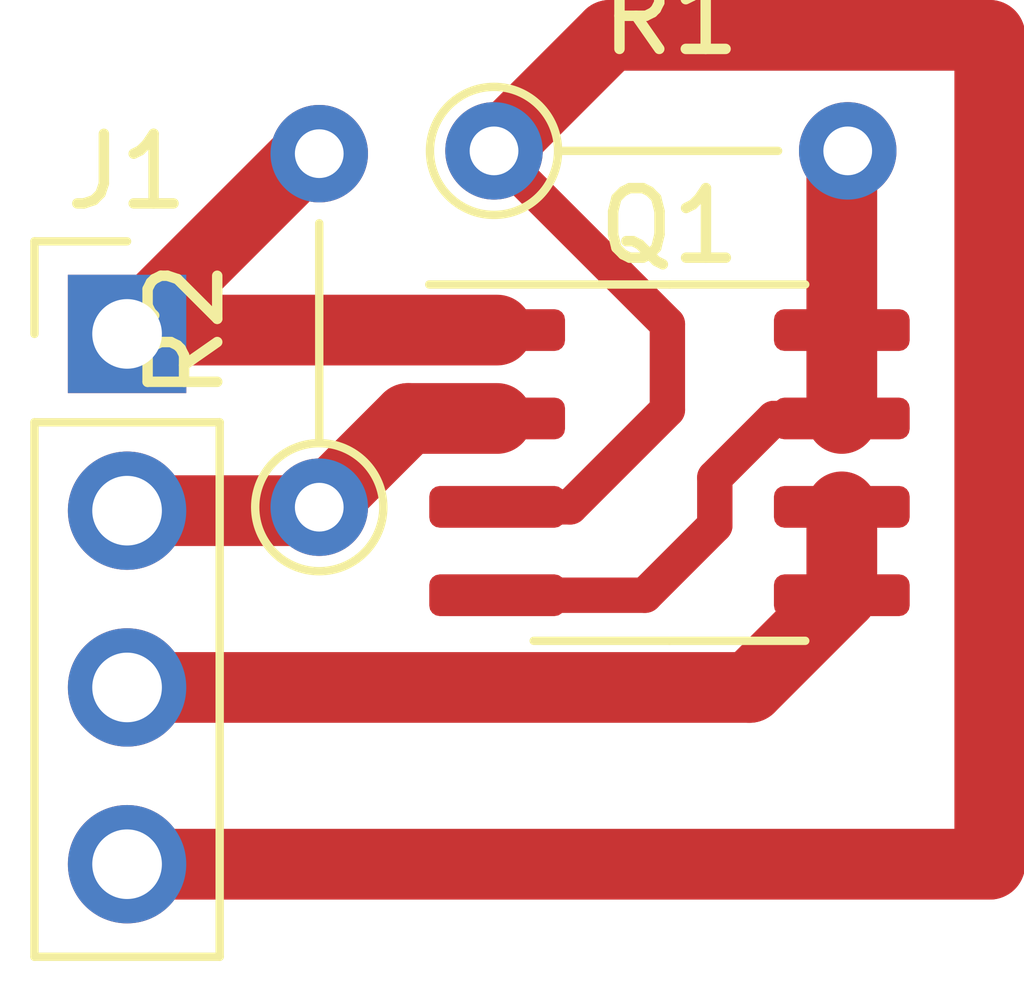
<source format=kicad_pcb>
(kicad_pcb (version 20171130) (host pcbnew "(5.1.12-1-10_14)")

  (general
    (thickness 1.6002)
    (drawings 0)
    (tracks 27)
    (zones 0)
    (modules 4)
    (nets 6)
  )

  (page USLetter)
  (title_block
    (rev 1)
  )

  (layers
    (0 Front signal)
    (1 In1.Cu signal)
    (2 In2.Cu signal)
    (31 Back signal)
    (34 B.Paste user hide)
    (35 F.Paste user)
    (36 B.SilkS user)
    (37 F.SilkS user hide)
    (38 B.Mask user)
    (39 F.Mask user)
    (44 Edge.Cuts user)
    (45 Margin user)
    (46 B.CrtYd user)
    (47 F.CrtYd user)
    (49 F.Fab user)
  )

  (setup
    (last_trace_width 0.6)
    (user_trace_width 0.15)
    (user_trace_width 0.2)
    (user_trace_width 0.4)
    (user_trace_width 0.6)
    (user_trace_width 1.016)
    (trace_clearance 0.127)
    (zone_clearance 0.508)
    (zone_45_only no)
    (trace_min 0.127)
    (via_size 0.6)
    (via_drill 0.3)
    (via_min_size 0.6)
    (via_min_drill 0.3)
    (user_via 0.6 0.3)
    (user_via 0.9 0.4)
    (uvia_size 0.6858)
    (uvia_drill 0.3302)
    (uvias_allowed no)
    (uvia_min_size 0)
    (uvia_min_drill 0)
    (edge_width 0.0381)
    (segment_width 0.254)
    (pcb_text_width 0.3048)
    (pcb_text_size 1.524 1.524)
    (mod_edge_width 0.1524)
    (mod_text_size 0.8128 0.8128)
    (mod_text_width 0.1524)
    (pad_size 1.524 1.524)
    (pad_drill 0.762)
    (pad_to_mask_clearance 0)
    (solder_mask_min_width 0.12)
    (aux_axis_origin 0 0)
    (visible_elements FEFFFF7F)
    (pcbplotparams
      (layerselection 0x010fc_ffffffff)
      (usegerberextensions false)
      (usegerberattributes false)
      (usegerberadvancedattributes false)
      (creategerberjobfile false)
      (excludeedgelayer true)
      (linewidth 0.152400)
      (plotframeref false)
      (viasonmask false)
      (mode 1)
      (useauxorigin false)
      (hpglpennumber 1)
      (hpglpenspeed 20)
      (hpglpendiameter 15.000000)
      (psnegative false)
      (psa4output false)
      (plotreference true)
      (plotvalue false)
      (plotinvisibletext false)
      (padsonsilk false)
      (subtractmaskfromsilk true)
      (outputformat 1)
      (mirror false)
      (drillshape 0)
      (scaleselection 1)
      (outputdirectory "./gerbers"))
  )

  (net 0 "")
  (net 1 "Net-(Q1-Pad4)")
  (net 2 BATT)
  (net 3 ADC)
  (net 4 VCC)
  (net 5 GND)

  (net_class Default "This is the default net class."
    (clearance 0.127)
    (trace_width 0.127)
    (via_dia 0.6)
    (via_drill 0.3)
    (uvia_dia 0.6858)
    (uvia_drill 0.3302)
    (diff_pair_width 0.1524)
    (diff_pair_gap 0.254)
    (add_net ADC)
    (add_net BATT)
    (add_net GND)
    (add_net "Net-(Q1-Pad4)")
    (add_net VCC)
  )

  (module Resistor_THT:R_Axial_DIN0204_L3.6mm_D1.6mm_P5.08mm_Vertical (layer Front) (tedit 5AE5139B) (tstamp 61AD1500)
    (at 0.61 1.13 90)
    (descr "Resistor, Axial_DIN0204 series, Axial, Vertical, pin pitch=5.08mm, 0.167W, length*diameter=3.6*1.6mm^2, http://cdn-reichelt.de/documents/datenblatt/B400/1_4W%23YAG.pdf")
    (tags "Resistor Axial_DIN0204 series Axial Vertical pin pitch 5.08mm 0.167W length 3.6mm diameter 1.6mm")
    (path /61ADE2C4)
    (fp_text reference R2 (at 2.54 -1.92 90) (layer F.SilkS)
      (effects (font (size 1 1) (thickness 0.15)))
    )
    (fp_text value 10k (at 2.54 1.92 90) (layer F.Fab)
      (effects (font (size 1 1) (thickness 0.15)))
    )
    (fp_text user %R (at 2.54 -1.92 90) (layer F.Fab)
      (effects (font (size 1 1) (thickness 0.15)))
    )
    (fp_circle (center 0 0) (end 0.8 0) (layer F.Fab) (width 0.1))
    (fp_circle (center 0 0) (end 0.92 0) (layer F.SilkS) (width 0.12))
    (fp_line (start 0 0) (end 5.08 0) (layer F.Fab) (width 0.1))
    (fp_line (start 0.92 0) (end 4.08 0) (layer F.SilkS) (width 0.12))
    (fp_line (start -1.05 -1.05) (end -1.05 1.05) (layer F.CrtYd) (width 0.05))
    (fp_line (start -1.05 1.05) (end 6.03 1.05) (layer F.CrtYd) (width 0.05))
    (fp_line (start 6.03 1.05) (end 6.03 -1.05) (layer F.CrtYd) (width 0.05))
    (fp_line (start 6.03 -1.05) (end -1.05 -1.05) (layer F.CrtYd) (width 0.05))
    (pad 2 thru_hole oval (at 5.08 0 90) (size 1.4 1.4) (drill 0.7) (layers *.Cu *.Mask)
      (net 5 GND))
    (pad 1 thru_hole circle (at 0 0 90) (size 1.4 1.4) (drill 0.7) (layers *.Cu *.Mask)
      (net 4 VCC))
    (model ${KISYS3DMOD}/Resistor_THT.3dshapes/R_Axial_DIN0204_L3.6mm_D1.6mm_P5.08mm_Vertical.wrl
      (at (xyz 0 0 0))
      (scale (xyz 1 1 1))
      (rotate (xyz 0 0 0))
    )
  )

  (module Connector_PinHeader_2.54mm:PinHeader_1x04_P2.54mm_Vertical (layer Front) (tedit 59FED5CC) (tstamp 61ACF242)
    (at -2.15 -1.36)
    (descr "Through hole straight pin header, 1x04, 2.54mm pitch, single row")
    (tags "Through hole pin header THT 1x04 2.54mm single row")
    (path /61AD81BC)
    (fp_text reference J1 (at 0 -2.33) (layer F.SilkS)
      (effects (font (size 1 1) (thickness 0.15)))
    )
    (fp_text value Conn_01x04_Male (at 0 9.95) (layer F.Fab) hide
      (effects (font (size 1 1) (thickness 0.15)))
    )
    (fp_text user %R (at 0 3.81 90) (layer F.Fab)
      (effects (font (size 1 1) (thickness 0.15)))
    )
    (fp_line (start -0.635 -1.27) (end 1.27 -1.27) (layer F.Fab) (width 0.1))
    (fp_line (start 1.27 -1.27) (end 1.27 8.89) (layer F.Fab) (width 0.1))
    (fp_line (start 1.27 8.89) (end -1.27 8.89) (layer F.Fab) (width 0.1))
    (fp_line (start -1.27 8.89) (end -1.27 -0.635) (layer F.Fab) (width 0.1))
    (fp_line (start -1.27 -0.635) (end -0.635 -1.27) (layer F.Fab) (width 0.1))
    (fp_line (start -1.33 8.95) (end 1.33 8.95) (layer F.SilkS) (width 0.12))
    (fp_line (start -1.33 1.27) (end -1.33 8.95) (layer F.SilkS) (width 0.12))
    (fp_line (start 1.33 1.27) (end 1.33 8.95) (layer F.SilkS) (width 0.12))
    (fp_line (start -1.33 1.27) (end 1.33 1.27) (layer F.SilkS) (width 0.12))
    (fp_line (start -1.33 0) (end -1.33 -1.33) (layer F.SilkS) (width 0.12))
    (fp_line (start -1.33 -1.33) (end 0 -1.33) (layer F.SilkS) (width 0.12))
    (fp_line (start -1.8 -1.8) (end -1.8 9.4) (layer F.CrtYd) (width 0.05))
    (fp_line (start -1.8 9.4) (end 1.8 9.4) (layer F.CrtYd) (width 0.05))
    (fp_line (start 1.8 9.4) (end 1.8 -1.8) (layer F.CrtYd) (width 0.05))
    (fp_line (start 1.8 -1.8) (end -1.8 -1.8) (layer F.CrtYd) (width 0.05))
    (pad 4 thru_hole oval (at 0 7.62) (size 1.7 1.7) (drill 1) (layers *.Cu *.Mask)
      (net 2 BATT))
    (pad 3 thru_hole oval (at 0 5.08) (size 1.7 1.7) (drill 1) (layers *.Cu *.Mask)
      (net 3 ADC))
    (pad 2 thru_hole oval (at 0 2.54) (size 1.7 1.7) (drill 1) (layers *.Cu *.Mask)
      (net 4 VCC))
    (pad 1 thru_hole rect (at 0 0) (size 1.7 1.7) (drill 1) (layers *.Cu *.Mask)
      (net 5 GND))
    (model ${KISYS3DMOD}/Connector_PinHeader_2.54mm.3dshapes/PinHeader_1x04_P2.54mm_Vertical.wrl
      (at (xyz 0 0 0))
      (scale (xyz 1 1 1))
      (rotate (xyz 0 0 0))
    )
  )

  (module Resistor_THT:R_Axial_DIN0204_L3.6mm_D1.6mm_P5.08mm_Vertical (layer Front) (tedit 5AE5139B) (tstamp 61AD17EF)
    (at 3.12 -3.99)
    (descr "Resistor, Axial_DIN0204 series, Axial, Vertical, pin pitch=5.08mm, 0.167W, length*diameter=3.6*1.6mm^2, http://cdn-reichelt.de/documents/datenblatt/B400/1_4W%23YAG.pdf")
    (tags "Resistor Axial_DIN0204 series Axial Vertical pin pitch 5.08mm 0.167W length 3.6mm diameter 1.6mm")
    (path /61AD192D)
    (fp_text reference R1 (at 2.54 -1.92) (layer F.SilkS)
      (effects (font (size 1 1) (thickness 0.15)))
    )
    (fp_text value 1M (at 2.54 1.92) (layer F.Fab) hide
      (effects (font (size 1 1) (thickness 0.15)))
    )
    (fp_text user %R (at 2.59 -0.03 180) (layer F.Fab)
      (effects (font (size 1 1) (thickness 0.15)))
    )
    (fp_circle (center 0 0) (end 0.8 0) (layer F.Fab) (width 0.1))
    (fp_circle (center 0 0) (end 0.92 0) (layer F.SilkS) (width 0.12))
    (fp_line (start 0 0) (end 5.08 0) (layer F.Fab) (width 0.1))
    (fp_line (start 0.92 0) (end 4.08 0) (layer F.SilkS) (width 0.12))
    (fp_line (start -1.05 -1.05) (end -1.05 1.05) (layer F.CrtYd) (width 0.05))
    (fp_line (start -1.05 1.05) (end 6.03 1.05) (layer F.CrtYd) (width 0.05))
    (fp_line (start 6.03 1.05) (end 6.03 -1.05) (layer F.CrtYd) (width 0.05))
    (fp_line (start 6.03 -1.05) (end -1.05 -1.05) (layer F.CrtYd) (width 0.05))
    (pad 2 thru_hole oval (at 5.08 0) (size 1.4 1.4) (drill 0.7) (layers *.Cu *.Mask)
      (net 1 "Net-(Q1-Pad4)"))
    (pad 1 thru_hole circle (at 0 0) (size 1.4 1.4) (drill 0.7) (layers *.Cu *.Mask)
      (net 2 BATT))
    (model ${KISYS3DMOD}/Resistor_THT.3dshapes/R_Axial_DIN0204_L3.6mm_D1.6mm_P5.08mm_Vertical.wrl
      (at (xyz 0 0 0))
      (scale (xyz 1 1 1))
      (rotate (xyz 0 0 0))
    )
  )

  (module Package_SO:SOIC-8_3.9x4.9mm_P1.27mm (layer Front) (tedit 5D9F72B1) (tstamp 61AD17AF)
    (at 5.64 0.49)
    (descr "SOIC, 8 Pin (JEDEC MS-012AA, https://www.analog.com/media/en/package-pcb-resources/package/pkg_pdf/soic_narrow-r/r_8.pdf), generated with kicad-footprint-generator ipc_gullwing_generator.py")
    (tags "SOIC SO")
    (path /61AC9576)
    (attr smd)
    (fp_text reference Q1 (at 0 -3.4) (layer F.SilkS)
      (effects (font (size 1 1) (thickness 0.15)))
    )
    (fp_text value Si4532DY (at 0 3.4) (layer F.Fab) hide
      (effects (font (size 1 1) (thickness 0.15)))
    )
    (fp_text user %R (at 0.164999 0.984999) (layer F.Fab)
      (effects (font (size 0.98 0.98) (thickness 0.15)))
    )
    (fp_line (start 0 2.56) (end 1.95 2.56) (layer F.SilkS) (width 0.12))
    (fp_line (start 0 2.56) (end -1.95 2.56) (layer F.SilkS) (width 0.12))
    (fp_line (start 0 -2.56) (end 1.95 -2.56) (layer F.SilkS) (width 0.12))
    (fp_line (start 0 -2.56) (end -3.45 -2.56) (layer F.SilkS) (width 0.12))
    (fp_line (start -0.975 -2.45) (end 1.95 -2.45) (layer F.Fab) (width 0.1))
    (fp_line (start 1.95 -2.45) (end 1.95 2.45) (layer F.Fab) (width 0.1))
    (fp_line (start 1.95 2.45) (end -1.95 2.45) (layer F.Fab) (width 0.1))
    (fp_line (start -1.95 2.45) (end -1.95 -1.475) (layer F.Fab) (width 0.1))
    (fp_line (start -1.95 -1.475) (end -0.975 -2.45) (layer F.Fab) (width 0.1))
    (fp_line (start -3.7 -2.7) (end -3.7 2.7) (layer F.CrtYd) (width 0.05))
    (fp_line (start -3.7 2.7) (end 3.7 2.7) (layer F.CrtYd) (width 0.05))
    (fp_line (start 3.7 2.7) (end 3.7 -2.7) (layer F.CrtYd) (width 0.05))
    (fp_line (start 3.7 -2.7) (end -3.7 -2.7) (layer F.CrtYd) (width 0.05))
    (pad 8 smd roundrect (at 2.475 -1.905) (size 1.95 0.6) (layers Front F.Paste F.Mask) (roundrect_rratio 0.25)
      (net 1 "Net-(Q1-Pad4)"))
    (pad 7 smd roundrect (at 2.475 -0.635) (size 1.95 0.6) (layers Front F.Paste F.Mask) (roundrect_rratio 0.25)
      (net 1 "Net-(Q1-Pad4)"))
    (pad 6 smd roundrect (at 2.475 0.635) (size 1.95 0.6) (layers Front F.Paste F.Mask) (roundrect_rratio 0.25)
      (net 3 ADC))
    (pad 5 smd roundrect (at 2.475 1.905) (size 1.95 0.6) (layers Front F.Paste F.Mask) (roundrect_rratio 0.25)
      (net 3 ADC))
    (pad 4 smd roundrect (at -2.475 1.905) (size 1.95 0.6) (layers Front F.Paste F.Mask) (roundrect_rratio 0.25)
      (net 1 "Net-(Q1-Pad4)"))
    (pad 3 smd roundrect (at -2.475 0.635) (size 1.95 0.6) (layers Front F.Paste F.Mask) (roundrect_rratio 0.25)
      (net 2 BATT))
    (pad 2 smd roundrect (at -2.475 -0.635) (size 1.95 0.6) (layers Front F.Paste F.Mask) (roundrect_rratio 0.25)
      (net 4 VCC))
    (pad 1 smd roundrect (at -2.475 -1.905) (size 1.95 0.6) (layers Front F.Paste F.Mask) (roundrect_rratio 0.25)
      (net 5 GND))
    (model ${KISYS3DMOD}/Package_SO.3dshapes/SOIC-8_3.9x4.9mm_P1.27mm.wrl
      (at (xyz 0 0 0))
      (scale (xyz 1 1 1))
      (rotate (xyz 0 0 0))
    )
  )

  (segment (start 8.115 -3.905) (end 8.2 -3.99) (width 1.016) (layer Front) (net 1))
  (segment (start 8.115 -1.415) (end 8.115 -3.905) (width 1.016) (layer Front) (net 1))
  (segment (start 8.115 -1.415) (end 8.115 -0.145) (width 1.016) (layer Front) (net 1))
  (segment (start 5.288093 2.395) (end 3.165 2.395) (width 0.508) (layer Front) (net 1))
  (segment (start 6.29101 1.392083) (end 5.288093 2.395) (width 0.508) (layer Front) (net 1))
  (segment (start 6.29101 0.70399) (end 6.29101 1.392083) (width 0.508) (layer Front) (net 1))
  (segment (start 7.14 -0.145) (end 6.29101 0.70399) (width 0.508) (layer Front) (net 1))
  (segment (start 8.115 -0.145) (end 7.14 -0.145) (width 0.508) (layer Front) (net 1))
  (segment (start 3.12 -3.99) (end 5.61 -1.5) (width 0.508) (layer Front) (net 2))
  (segment (start 4.78 -5.65) (end 3.12 -3.99) (width 1.016) (layer Front) (net 2))
  (segment (start 10.24 -5.65) (end 4.78 -5.65) (width 1.016) (layer Front) (net 2))
  (segment (start 10.24 6.26) (end 10.24 -5.65) (width 1.016) (layer Front) (net 2))
  (segment (start -2.15 6.26) (end 10.24 6.26) (width 1.016) (layer Front) (net 2))
  (segment (start 4.215 1.125) (end 3.165 1.125) (width 0.508) (layer Front) (net 2))
  (segment (start 5.61 -0.27) (end 4.215 1.125) (width 0.508) (layer Front) (net 2))
  (segment (start 5.61 -0.27) (end 5.61 -1.5) (width 0.508) (layer Front) (net 2))
  (segment (start 8.115 1.125) (end 8.115 2.395) (width 1.016) (layer Front) (net 3))
  (segment (start 6.79 3.72) (end 8.115 2.395) (width 1.016) (layer Front) (net 3))
  (segment (start -2.15 3.72) (end 6.79 3.72) (width 1.016) (layer Front) (net 3))
  (segment (start 0.56 1.18) (end 0.61 1.13) (width 1.016) (layer Front) (net 4))
  (segment (start -2.15 1.18) (end 0.56 1.18) (width 1.016) (layer Front) (net 4))
  (segment (start 1.885 -0.145) (end 3.165 -0.145) (width 1.016) (layer Front) (net 4))
  (segment (start 0.61 1.13) (end 1.885 -0.145) (width 1.016) (layer Front) (net 4))
  (segment (start 0.44 -3.95) (end -2.15 -1.36) (width 1.016) (layer Front) (net 5))
  (segment (start 0.61 -3.95) (end 0.44 -3.95) (width 1.016) (layer Front) (net 5))
  (segment (start -2.095 -1.415) (end -2.15 -1.36) (width 1.016) (layer Front) (net 5))
  (segment (start 3.165 -1.415) (end -2.095 -1.415) (width 1.016) (layer Front) (net 5))

)

</source>
